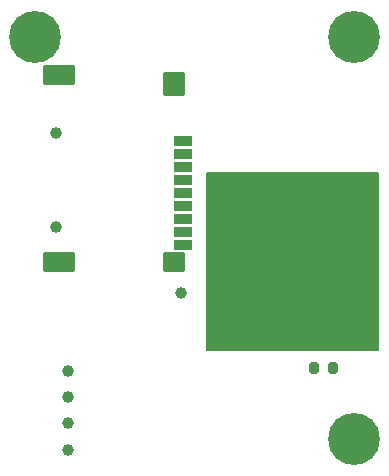
<source format=gbs>
G04 #@! TF.GenerationSoftware,KiCad,Pcbnew,7.0.7-7.0.7~ubuntu20.04.1*
G04 #@! TF.CreationDate,2024-03-24T22:46:20+02:00*
G04 #@! TF.ProjectId,rtl-module-breakout,72746c2d-6d6f-4647-956c-652d62726561,rev?*
G04 #@! TF.SameCoordinates,Original*
G04 #@! TF.FileFunction,Soldermask,Bot*
G04 #@! TF.FilePolarity,Negative*
%FSLAX46Y46*%
G04 Gerber Fmt 4.6, Leading zero omitted, Abs format (unit mm)*
G04 Created by KiCad (PCBNEW 7.0.7-7.0.7~ubuntu20.04.1) date 2024-03-24 22:46:20*
%MOMM*%
%LPD*%
G01*
G04 APERTURE LIST*
G04 Aperture macros list*
%AMRoundRect*
0 Rectangle with rounded corners*
0 $1 Rounding radius*
0 $2 $3 $4 $5 $6 $7 $8 $9 X,Y pos of 4 corners*
0 Add a 4 corners polygon primitive as box body*
4,1,4,$2,$3,$4,$5,$6,$7,$8,$9,$2,$3,0*
0 Add four circle primitives for the rounded corners*
1,1,$1+$1,$2,$3*
1,1,$1+$1,$4,$5*
1,1,$1+$1,$6,$7*
1,1,$1+$1,$8,$9*
0 Add four rect primitives between the rounded corners*
20,1,$1+$1,$2,$3,$4,$5,0*
20,1,$1+$1,$4,$5,$6,$7,0*
20,1,$1+$1,$6,$7,$8,$9,0*
20,1,$1+$1,$8,$9,$2,$3,0*%
G04 Aperture macros list end*
%ADD10C,0.150000*%
%ADD11C,0.700000*%
%ADD12C,4.400000*%
%ADD13C,0.999997*%
%ADD14RoundRect,0.102000X-0.650000X-0.350000X0.650000X-0.350000X0.650000X0.350000X-0.650000X0.350000X0*%
%ADD15RoundRect,0.102000X-1.219200X-0.723900X1.219200X-0.723900X1.219200X0.723900X-1.219200X0.723900X0*%
%ADD16RoundRect,0.102000X-0.825500X-0.723900X0.825500X-0.723900X0.825500X0.723900X-0.825500X0.723900X0*%
%ADD17RoundRect,0.102000X-0.825500X-0.927100X0.825500X-0.927100X0.825500X0.927100X-0.825500X0.927100X0*%
%ADD18C,1.000000*%
%ADD19RoundRect,0.200000X-0.200000X-0.275000X0.200000X-0.275000X0.200000X0.275000X-0.200000X0.275000X0*%
G04 APERTURE END LIST*
D10*
X179000000Y-78000000D02*
X193500000Y-78000000D01*
X193500000Y-93000000D01*
X179000000Y-93000000D01*
X179000000Y-78000000D01*
G36*
X179000000Y-78000000D02*
G01*
X193500000Y-78000000D01*
X193500000Y-93000000D01*
X179000000Y-93000000D01*
X179000000Y-78000000D01*
G37*
D11*
G04 #@! TO.C,H3*
X162850000Y-66500000D03*
X163333274Y-65333274D03*
X163333274Y-67666726D03*
X164500000Y-64850000D03*
D12*
X164500000Y-66500000D03*
D11*
X164500000Y-68150000D03*
X165666726Y-65333274D03*
X165666726Y-67666726D03*
X166150000Y-66500000D03*
G04 #@! TD*
G04 #@! TO.C,H1*
X189850000Y-100500000D03*
X190333274Y-99333274D03*
X190333274Y-101666726D03*
X191500000Y-98850000D03*
D12*
X191500000Y-100500000D03*
D11*
X191500000Y-102150000D03*
X192666726Y-99333274D03*
X192666726Y-101666726D03*
X193150000Y-100500000D03*
G04 #@! TD*
G04 #@! TO.C,H2*
X189850000Y-66500000D03*
X190333274Y-65333274D03*
X190333274Y-67666726D03*
X191500000Y-64850000D03*
D12*
X191500000Y-66500000D03*
D11*
X191500000Y-68150000D03*
X192666726Y-65333274D03*
X192666726Y-67666726D03*
X193150000Y-66500000D03*
G04 #@! TD*
D13*
G04 #@! TO.C,J2*
X166295600Y-82565000D03*
X166295600Y-74589400D03*
D14*
X177000000Y-75331400D03*
X177000000Y-76431400D03*
X177000000Y-77531400D03*
X177000000Y-78631400D03*
X177000000Y-79731400D03*
X177000000Y-80831400D03*
X177000000Y-81931400D03*
X177000000Y-83031400D03*
X177000000Y-84131400D03*
D15*
X166526200Y-85549800D03*
D16*
X176226200Y-85549800D03*
D17*
X176226200Y-70500000D03*
D15*
X166526200Y-69725000D03*
G04 #@! TD*
D18*
G04 #@! TO.C,TP2*
X176800000Y-88200000D03*
G04 #@! TD*
G04 #@! TO.C,TP6*
X167300000Y-99200000D03*
G04 #@! TD*
G04 #@! TO.C,TP7*
X167300000Y-97000000D03*
G04 #@! TD*
G04 #@! TO.C,TP3*
X167300000Y-101500000D03*
G04 #@! TD*
D19*
G04 #@! TO.C,R1*
X188075000Y-94500000D03*
X189725000Y-94500000D03*
G04 #@! TD*
D18*
G04 #@! TO.C,TP1*
X167300000Y-94800000D03*
G04 #@! TD*
M02*

</source>
